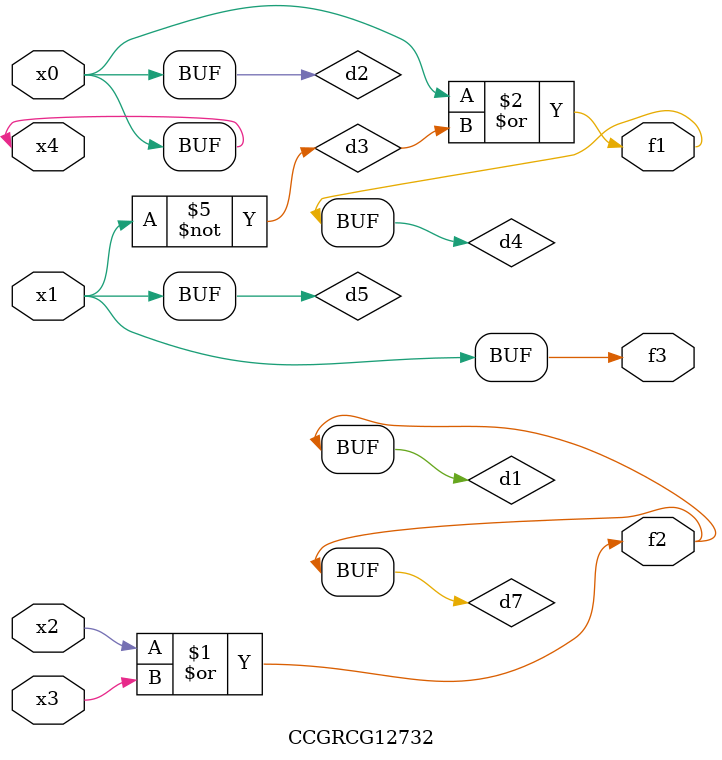
<source format=v>
module CCGRCG12732(
	input x0, x1, x2, x3, x4,
	output f1, f2, f3
);

	wire d1, d2, d3, d4, d5, d6, d7;

	or (d1, x2, x3);
	buf (d2, x0, x4);
	not (d3, x1);
	or (d4, d2, d3);
	not (d5, d3);
	nand (d6, d1, d3);
	or (d7, d1);
	assign f1 = d4;
	assign f2 = d7;
	assign f3 = d5;
endmodule

</source>
